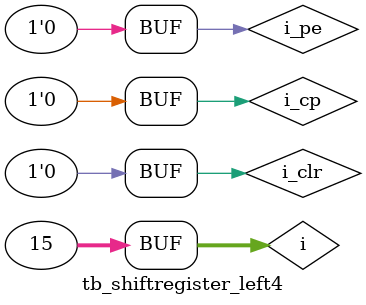
<source format=v>
module tb_shiftregister_left4;
reg i_cp;
reg i_clr;
reg i_pe;
wire [3:0] o_q;
wire [3:0] o_q_;
integer i;

initial begin
    i_cp = 1'b0;
    i_clr = 1'b1;
    i_pe = 1'b0;
    i = 0;
    
    #10;
    i_clr = 1'b0;
    
    for (i = 0; i < 4'hf; i = i + 1) begin
        if (i == 0) begin
            i_pe = 1'b1;
        end
        
        i_cp = 1'b1;
        
        #5;
        i_cp = 1'b0;
        i_pe = 1'b0;
        
        #5;
    end
end

shiftregister_left4 dut(
    .clockpulse(i_cp),
    .clear(i_clr),
    .serial_input(1'b0),
    .preset_enable(i_pe),
    .preset(4'b0011),
    .signal_q(o_q),
    .signal_q_(o_q_)
);

endmodule

</source>
